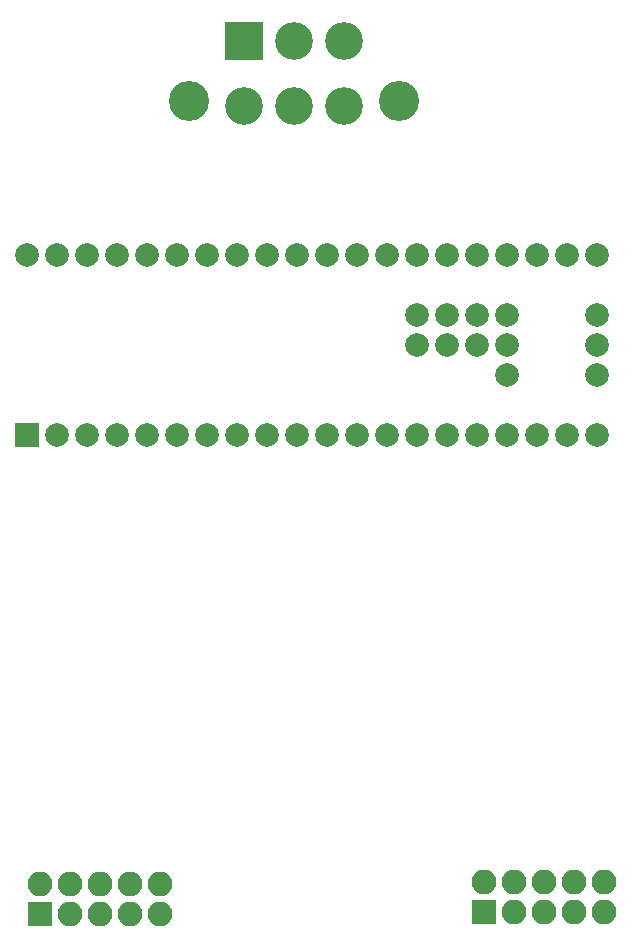
<source format=gbr>
G04 #@! TF.FileFunction,Soldermask,Bot*
%FSLAX46Y46*%
G04 Gerber Fmt 4.6, Leading zero omitted, Abs format (unit mm)*
G04 Created by KiCad (PCBNEW 4.0.7) date 02/25/18 21:17:54*
%MOMM*%
%LPD*%
G01*
G04 APERTURE LIST*
%ADD10C,0.100000*%
%ADD11R,3.200000X3.200000*%
%ADD12C,3.200000*%
%ADD13C,3.400000*%
%ADD14C,2.000000*%
%ADD15R,2.000000X2.000000*%
%ADD16R,2.100000X2.100000*%
%ADD17O,2.100000X2.100000*%
G04 APERTURE END LIST*
D10*
D11*
X84074000Y-41529000D03*
D12*
X88274000Y-41529000D03*
X92474000Y-41529000D03*
X84074000Y-47029000D03*
X88274000Y-47029000D03*
X92474000Y-47029000D03*
D13*
X79374000Y-46569000D03*
X97174000Y-46569000D03*
D14*
X85979000Y-74930000D03*
X88519000Y-74930000D03*
X91059000Y-74930000D03*
X83439000Y-74930000D03*
X80899000Y-74930000D03*
X78359000Y-74930000D03*
X75819000Y-74930000D03*
X73279000Y-74930000D03*
X70739000Y-74930000D03*
X68199000Y-74930000D03*
D15*
X65659000Y-74930000D03*
D14*
X93599000Y-74930000D03*
X96139000Y-74930000D03*
X98679000Y-74930000D03*
X101219000Y-74930000D03*
X103759000Y-74930000D03*
X106299000Y-74930000D03*
X108839000Y-74930000D03*
X111379000Y-74930000D03*
X113919000Y-74930000D03*
X113919000Y-69850000D03*
X113919000Y-67310000D03*
X113919000Y-64770000D03*
X113919000Y-59690000D03*
X111379000Y-59690000D03*
X108839000Y-59690000D03*
X106299000Y-59690000D03*
X103759000Y-59690000D03*
X101219000Y-59690000D03*
X98679000Y-59690000D03*
X96139000Y-59690000D03*
X93599000Y-59690000D03*
X91059000Y-59690000D03*
X88519000Y-59690000D03*
X85979000Y-59690000D03*
X83439000Y-59690000D03*
X80899000Y-59690000D03*
X78359000Y-59690000D03*
X75819000Y-59690000D03*
X73279000Y-59690000D03*
X70739000Y-59690000D03*
X68199000Y-59690000D03*
X65659000Y-59690000D03*
X98679000Y-64770000D03*
X101219000Y-64770000D03*
X103759000Y-64770000D03*
X106299000Y-64770000D03*
X98679000Y-67310000D03*
X101219000Y-67310000D03*
X103759000Y-67310000D03*
X106299000Y-67310000D03*
X106299000Y-69850000D03*
D16*
X104394000Y-115316000D03*
D17*
X104394000Y-112776000D03*
X106934000Y-115316000D03*
X106934000Y-112776000D03*
X109474000Y-115316000D03*
X109474000Y-112776000D03*
X112014000Y-115316000D03*
X112014000Y-112776000D03*
X114554000Y-115316000D03*
X114554000Y-112776000D03*
D16*
X66802000Y-115443000D03*
D17*
X66802000Y-112903000D03*
X69342000Y-115443000D03*
X69342000Y-112903000D03*
X71882000Y-115443000D03*
X71882000Y-112903000D03*
X74422000Y-115443000D03*
X74422000Y-112903000D03*
X76962000Y-115443000D03*
X76962000Y-112903000D03*
M02*

</source>
